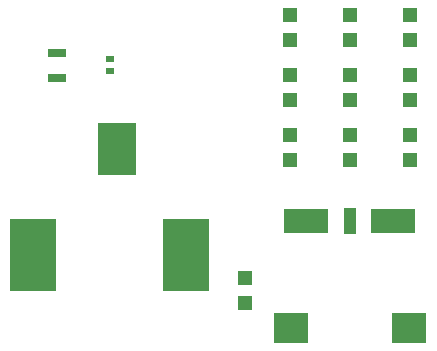
<source format=gtp>
%TF.GenerationSoftware,KiCad,Pcbnew,5.1.7-a382d34a8~87~ubuntu20.04.1*%
%TF.CreationDate,2020-10-21T15:20:26-04:00*%
%TF.ProjectId,y_arena_odor_controller,795f6172-656e-4615-9f6f-646f725f636f,2.0*%
%TF.SameCoordinates,Original*%
%TF.FileFunction,Paste,Top*%
%TF.FilePolarity,Positive*%
%FSLAX46Y46*%
G04 Gerber Fmt 4.6, Leading zero omitted, Abs format (unit mm)*
G04 Created by KiCad (PCBNEW 5.1.7-a382d34a8~87~ubuntu20.04.1) date 2020-10-21 15:20:26*
%MOMM*%
%LPD*%
G01*
G04 APERTURE LIST*
%ADD10R,3.810000X2.030000*%
%ADD11R,1.020000X2.290000*%
%ADD12R,2.999999X2.500000*%
%ADD13R,3.900000X6.200000*%
%ADD14R,3.300000X4.400000*%
%ADD15R,1.193800X1.193800*%
%ADD16R,1.600200X0.787400*%
%ADD17R,0.700000X0.600000*%
G04 APERTURE END LIST*
D10*
%TO.C,SW1*%
X84580000Y-117930000D03*
X91950000Y-117930000D03*
D11*
X88265000Y-117930000D03*
D12*
X93265000Y-127000000D03*
X83265000Y-127000000D03*
%TD*%
D13*
%TO.C,P1*%
X74395000Y-120835000D03*
X61495000Y-120835000D03*
D14*
X68595000Y-111885000D03*
%TD*%
D15*
%TO.C,L2*%
X83185000Y-110705900D03*
X83185000Y-112814100D03*
%TD*%
%TO.C,L3*%
X83185000Y-105625900D03*
X83185000Y-107734100D03*
%TD*%
%TO.C,L4*%
X83185000Y-100545900D03*
X83185000Y-102654100D03*
%TD*%
%TO.C,L5*%
X88265000Y-110705900D03*
X88265000Y-112814100D03*
%TD*%
%TO.C,L6*%
X88265000Y-105625900D03*
X88265000Y-107734100D03*
%TD*%
%TO.C,L7*%
X88265000Y-100545900D03*
X88265000Y-102654100D03*
%TD*%
%TO.C,L8*%
X93345000Y-110705900D03*
X93345000Y-112814100D03*
%TD*%
%TO.C,L9*%
X93345000Y-105625900D03*
X93345000Y-107734100D03*
%TD*%
%TO.C,L10*%
X93345000Y-100545900D03*
X93345000Y-102654100D03*
%TD*%
%TO.C,L1*%
X79375000Y-122770900D03*
X79375000Y-124879100D03*
%TD*%
D16*
%TO.C,C1*%
X63500000Y-105816400D03*
X63500000Y-103733600D03*
%TD*%
D17*
%TO.C,D1*%
X67945000Y-105275000D03*
X67945000Y-104275000D03*
%TD*%
M02*

</source>
